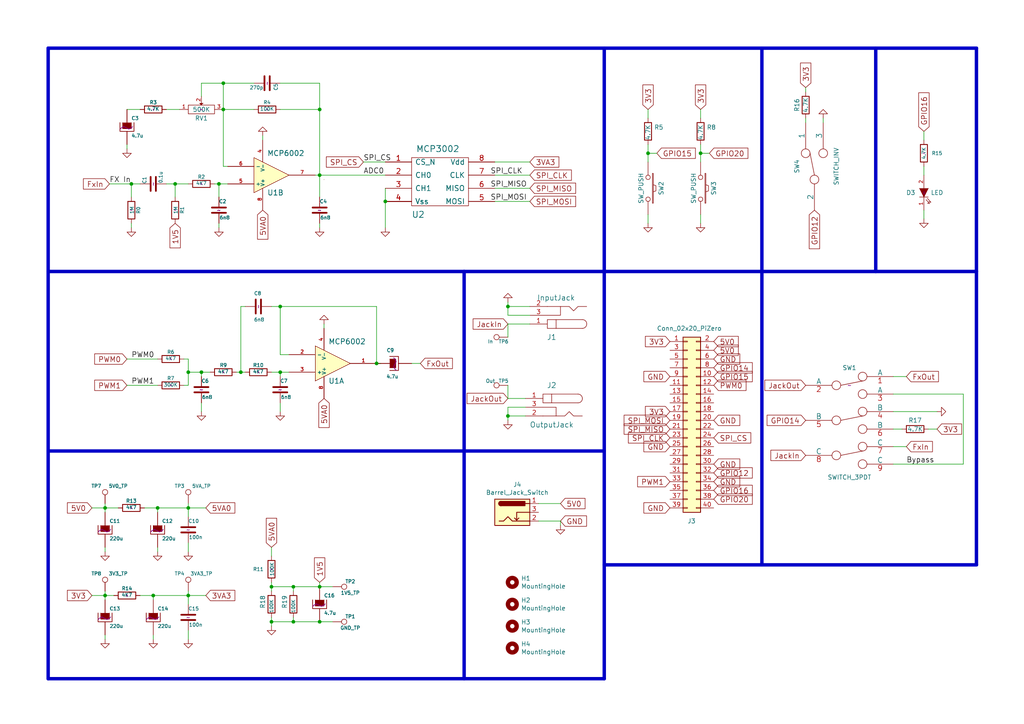
<source format=kicad_sch>
(kicad_sch (version 20230121) (generator eeschema)
  (paper "A4")
  (title_block (title "pedalpi.sch") (date "2017-01-01") (rev "rev. A") (company "ElectroSmash.com"))
  (junction (at 30.48 172.72))
  (junction (at 63.5 53.34))
  (junction (at 45.72 147.32))
  (junction (at 50.8 53.34))
  (junction (at 38.1 53.34))
  (junction (at 54.61 172.72))
  (junction (at 111.76 58.42))
  (junction (at 85.09 170.18))
  (junction (at 147.32 120.65))
  (junction (at 81.28 88.9))
  (junction (at 187.96 44.45))
  (junction (at 147.32 88.9))
  (junction (at 54.61 107.95))
  (junction (at 30.48 147.32))
  (junction (at 69.85 107.95))
  (junction (at 85.09 180.34))
  (junction (at 92.71 31.75))
  (junction (at 54.61 147.32))
  (junction (at 92.71 170.18))
  (junction (at 203.2 44.45))
  (junction (at 44.45 172.72))
  (junction (at 64.77 31.75))
  (junction (at 92.71 180.34))
  (junction (at 58.42 107.95))
  (junction (at 78.74 170.18))
  (junction (at 78.74 180.34))
  (junction (at 109.22 105.41))
  (junction (at 92.71 50.8))
  (junction (at 64.77 24.13))
  (junction (at 81.28 107.95))
  (polyline (pts (xy 13.97 130.81) (xy 175.26 130.81)) (stroke (width 0.9906)))
  (wire (pts (xy 92.71 180.34) (xy 96.52 180.34)))
  (wire (pts (xy 78.74 107.95) (xy 81.28 107.95)))
  (polyline (pts (xy 283.21 163.83) (xy 283.21 13.97)) (stroke (width 0.9906)))
  (polyline (pts (xy 175.26 13.97) (xy 175.26 196.85)) (stroke (width 0.9906)))
  (wire (pts (xy 26.67 147.32) (xy 30.48 147.32)))
  (wire (pts (xy 58.42 109.22) (xy 58.42 107.95)))
  (wire (pts (xy 85.09 180.34) (xy 92.71 180.34)))
  (wire (pts (xy 78.74 170.18) (xy 78.74 168.91)))
  (polyline (pts (xy 220.98 13.97) (xy 220.98 163.83)) (stroke (width 0.9906)))
  (wire (pts (xy 92.71 170.18) (xy 96.52 170.18)))
  (wire (pts (xy 92.71 64.77) (xy 92.71 66.04)))
  (wire (pts (xy 58.42 24.13) (xy 64.77 24.13)))
  (wire (pts (xy 147.32 97.79) (xy 147.32 93.98)))
  (wire (pts (xy 54.61 146.05) (xy 54.61 147.32)))
  (wire (pts (xy 78.74 158.75) (xy 78.74 161.29)))
  (wire (pts (xy 62.23 53.34) (xy 63.5 53.34)))
  (wire (pts (xy 261.62 124.46) (xy 259.08 124.46)))
  (wire (pts (xy 81.28 31.75) (xy 92.71 31.75)))
  (polyline (pts (xy 13.97 196.85) (xy 175.26 196.85)) (stroke (width 0.9906)))
  (wire (pts (xy 44.45 172.72) (xy 54.61 172.72)))
  (wire (pts (xy 153.67 88.9) (xy 147.32 88.9)))
  (polyline (pts (xy 134.62 78.74) (xy 134.62 196.85)) (stroke (width 0.9906)))
  (wire (pts (xy 54.61 147.32) (xy 59.69 147.32)))
  (wire (pts (xy 64.77 31.75) (xy 73.66 31.75)))
  (wire (pts (xy 63.5 53.34) (xy 66.04 53.34)))
  (wire (pts (xy 147.32 120.65) (xy 152.4 120.65)))
  (polyline (pts (xy 13.97 13.97) (xy 13.97 196.85)) (stroke (width 0.9906)))
  (wire (pts (xy 92.71 168.91) (xy 92.71 170.18)))
  (wire (pts (xy 63.5 57.15) (xy 63.5 53.34)))
  (wire (pts (xy 81.28 109.22) (xy 81.28 107.95)))
  (wire (pts (xy 34.29 147.32) (xy 30.48 147.32)))
  (wire (pts (xy 64.77 31.75) (xy 64.77 48.26)))
  (wire (pts (xy 50.8 53.34) (xy 54.61 53.34)))
  (wire (pts (xy 44.45 172.72) (xy 44.45 173.99)))
  (wire (pts (xy 147.32 121.92) (xy 147.32 120.65)))
  (wire (pts (xy 45.72 158.75) (xy 45.72 160.02)))
  (wire (pts (xy 38.1 53.34) (xy 40.64 53.34)))
  (wire (pts (xy 109.22 88.9) (xy 81.28 88.9)))
  (wire (pts (xy 71.12 107.95) (xy 69.85 107.95)))
  (wire (pts (xy 267.97 48.26) (xy 267.97 50.8)))
  (wire (pts (xy 81.28 102.87) (xy 83.82 102.87)))
  (wire (pts (xy 190.5 44.45) (xy 187.96 44.45)))
  (wire (pts (xy 259.08 114.3) (xy 279.4 114.3)))
  (wire (pts (xy 78.74 180.34) (xy 85.09 180.34)))
  (wire (pts (xy 45.72 147.32) (xy 54.61 147.32)))
  (wire (pts (xy 50.8 53.34) (xy 50.8 57.15)))
  (wire (pts (xy 81.28 119.38) (xy 81.28 116.84)))
  (wire (pts (xy 78.74 179.07) (xy 78.74 180.34)))
  (wire (pts (xy 44.45 184.15) (xy 44.45 185.42)))
  (wire (pts (xy 147.32 118.11) (xy 152.4 118.11)))
  (wire (pts (xy 143.51 54.61) (xy 153.67 54.61)))
  (polyline (pts (xy 175.26 163.83) (xy 283.21 163.83)) (stroke (width 0.9906)))
  (wire (pts (xy 153.67 91.44) (xy 147.32 91.44)))
  (wire (pts (xy 203.2 31.75) (xy 203.2 34.29)))
  (wire (pts (xy 78.74 170.18) (xy 85.09 170.18)))
  (wire (pts (xy 238.76 34.29) (xy 238.76 35.56)))
  (wire (pts (xy 54.61 104.14) (xy 53.34 104.14)))
  (wire (pts (xy 187.96 31.75) (xy 187.96 34.29)))
  (wire (pts (xy 267.97 38.1) (xy 267.97 40.64)))
  (wire (pts (xy 81.28 88.9) (xy 81.28 102.87)))
  (wire (pts (xy 36.83 31.75) (xy 40.64 31.75)))
  (wire (pts (xy 121.92 105.41) (xy 119.38 105.41)))
  (wire (pts (xy 58.42 107.95) (xy 60.96 107.95)))
  (wire (pts (xy 143.51 50.8) (xy 153.67 50.8)))
  (wire (pts (xy 54.61 104.14) (xy 54.61 107.95)))
  (wire (pts (xy 30.48 184.15) (xy 30.48 185.42)))
  (wire (pts (xy 36.83 111.76) (xy 45.72 111.76)))
  (wire (pts (xy 259.08 129.54) (xy 262.89 129.54)))
  (wire (pts (xy 78.74 171.45) (xy 78.74 170.18)))
  (wire (pts (xy 63.5 64.77) (xy 63.5 66.04)))
  (wire (pts (xy 78.74 180.34) (xy 78.74 181.61)))
  (wire (pts (xy 30.48 158.75) (xy 30.48 160.02)))
  (wire (pts (xy 85.09 171.45) (xy 85.09 170.18)))
  (wire (pts (xy 78.74 88.9) (xy 81.28 88.9)))
  (wire (pts (xy 152.4 115.57) (xy 147.32 115.57)))
  (wire (pts (xy 54.61 160.02) (xy 54.61 157.48)))
  (wire (pts (xy 81.28 24.13) (xy 92.71 24.13)))
  (wire (pts (xy 205.74 44.45) (xy 203.2 44.45)))
  (wire (pts (xy 111.76 54.61) (xy 111.76 58.42)))
  (wire (pts (xy 30.48 171.45) (xy 30.48 172.72)))
  (wire (pts (xy 45.72 147.32) (xy 45.72 148.59)))
  (wire (pts (xy 30.48 147.32) (xy 30.48 148.59)))
  (wire (pts (xy 147.32 111.76) (xy 147.32 115.57)))
  (wire (pts (xy 187.96 41.91) (xy 187.96 44.45)))
  (wire (pts (xy 267.97 60.96) (xy 267.97 63.5)))
  (wire (pts (xy 64.77 24.13) (xy 73.66 24.13)))
  (wire (pts (xy 81.28 107.95) (xy 83.82 107.95)))
  (wire (pts (xy 111.76 46.99) (xy 105.41 46.99)))
  (wire (pts (xy 64.77 48.26) (xy 66.04 48.26)))
  (wire (pts (xy 54.61 147.32) (xy 54.61 149.86)))
  (wire (pts (xy 259.08 134.62) (xy 279.4 134.62)))
  (wire (pts (xy 69.85 88.9) (xy 71.12 88.9)))
  (polyline (pts (xy 254 78.74) (xy 254 13.97)) (stroke (width 0.9906)))
  (wire (pts (xy 233.68 25.4) (xy 233.68 26.67)))
  (wire (pts (xy 54.61 172.72) (xy 59.69 172.72)))
  (wire (pts (xy 36.83 41.91) (xy 36.83 43.18)))
  (wire (pts (xy 54.61 107.95) (xy 58.42 107.95)))
  (wire (pts (xy 76.2 40.64) (xy 76.2 39.37)))
  (wire (pts (xy 48.26 31.75) (xy 52.07 31.75)))
  (wire (pts (xy 26.67 172.72) (xy 30.48 172.72)))
  (wire (pts (xy 40.64 172.72) (xy 44.45 172.72)))
  (polyline (pts (xy 13.97 13.97) (xy 283.21 13.97)) (stroke (width 0.9906)))
  (wire (pts (xy 162.56 151.13) (xy 162.56 152.4)))
  (wire (pts (xy 203.2 62.23) (xy 203.2 64.77)))
  (wire (pts (xy 259.08 119.38) (xy 271.78 119.38)))
  (wire (pts (xy 33.02 172.72) (xy 30.48 172.72)))
  (wire (pts (xy 58.42 24.13) (xy 58.42 27.94)))
  (wire (pts (xy 109.22 88.9) (xy 109.22 105.41)))
  (wire (pts (xy 45.72 104.14) (xy 36.83 104.14)))
  (wire (pts (xy 156.21 146.05) (xy 162.56 146.05)))
  (wire (pts (xy 69.85 107.95) (xy 68.58 107.95)))
  (wire (pts (xy 38.1 57.15) (xy 38.1 53.34)))
  (wire (pts (xy 93.98 95.25) (xy 93.98 93.98)))
  (wire (pts (xy 203.2 44.45) (xy 203.2 46.99)))
  (wire (pts (xy 54.61 111.76) (xy 53.34 111.76)))
  (wire (pts (xy 38.1 64.77) (xy 38.1 66.04)))
  (wire (pts (xy 271.78 124.46) (xy 269.24 124.46)))
  (polyline (pts (xy 13.97 78.74) (xy 283.21 78.74)) (stroke (width 0.9906)))
  (wire (pts (xy 54.61 107.95) (xy 54.61 111.76)))
  (wire (pts (xy 187.96 44.45) (xy 187.96 46.99)))
  (wire (pts (xy 48.26 53.34) (xy 50.8 53.34)))
  (wire (pts (xy 64.77 24.13) (xy 64.77 31.75)))
  (wire (pts (xy 111.76 58.42) (xy 111.76 66.04)))
  (wire (pts (xy 85.09 170.18) (xy 92.71 170.18)))
  (wire (pts (xy 147.32 91.44) (xy 147.32 88.9)))
  (wire (pts (xy 92.71 31.75) (xy 92.71 50.8)))
  (wire (pts (xy 54.61 172.72) (xy 54.61 175.26)))
  (wire (pts (xy 85.09 179.07) (xy 85.09 180.34)))
  (wire (pts (xy 54.61 185.42) (xy 54.61 182.88)))
  (wire (pts (xy 259.08 109.22) (xy 262.89 109.22)))
  (wire (pts (xy 31.75 53.34) (xy 38.1 53.34)))
  (wire (pts (xy 111.76 50.8) (xy 92.71 50.8)))
  (wire (pts (xy 41.91 147.32) (xy 45.72 147.32)))
  (wire (pts (xy 92.71 50.8) (xy 92.71 57.15)))
  (wire (pts (xy 203.2 41.91) (xy 203.2 44.45)))
  (wire (pts (xy 30.48 146.05) (xy 30.48 147.32)))
  (wire (pts (xy 147.32 120.65) (xy 147.32 118.11)))
  (wire (pts (xy 54.61 171.45) (xy 54.61 172.72)))
  (wire (pts (xy 69.85 88.9) (xy 69.85 107.95)))
  (wire (pts (xy 143.51 58.42) (xy 153.67 58.42)))
  (wire (pts (xy 147.32 88.9) (xy 147.32 87.63)))
  (wire (pts (xy 143.51 46.99) (xy 153.67 46.99)))
  (wire (pts (xy 162.56 151.13) (xy 156.21 151.13)))
  (wire (pts (xy 58.42 116.84) (xy 58.42 119.38)))
  (wire (pts (xy 109.22 105.41) (xy 110.49 105.41)))
  (wire (pts (xy 147.32 93.98) (xy 153.67 93.98)))
  (wire (pts (xy 233.68 34.29) (xy 233.68 35.56)))
  (wire (pts (xy 30.48 172.72) (xy 30.48 173.99)))
  (wire (pts (xy 91.44 50.8) (xy 92.71 50.8)))
  (wire (pts (xy 279.4 134.62) (xy 279.4 114.3)))
  (wire (pts (xy 92.71 24.13) (xy 92.71 31.75)))
  (wire (pts (xy 187.96 62.23) (xy 187.96 64.77)))
  (label "SPI_MOSI" (at 142.24 58.42 0) (effects (font (size 1.524 1.524))))
  (label "PWM1" (at 38.1 111.76 0) (effects (font (size 1.524 1.524))))
  (label "ADC0" (at 105.41 50.8 0) (effects (font (size 1.524 1.524))))
  (label "Bypass" (at 262.89 134.62 0) (effects (font (size 1.524 1.524))))
  (label "SPI_CS" (at 105.41 46.99 0) (effects (font (size 1.524 1.524))))
  (label "SPI_MISO" (at 142.24 54.61 0) (effects (font (size 1.524 1.524))))
  (label "SPI_CLK" (at 142.24 50.8 0) (effects (font (size 1.524 1.524))))
  (label "FX In" (at 31.75 53.34 0) (effects (font (size 1.524 1.524))))
  (label "PWM0" (at 38.1 104.14 0) (effects (font (size 1.524 1.524))))
  (global_label "3VA3" (shape input) (at 153.67 46.99 0) (effects (font (size 1.524 1.524))) (property "Intersheetrefs" "${INTERSHEET_REFS}" (effects hide)))
  (global_label "PWM0" (shape input) (at 36.83 104.14 180) (effects (font (size 1.524 1.524))) (property "Intersheetrefs" "${INTERSHEET_REFS}" (effects hide)))
  (global_label "PWM0" (shape input) (at 207.01 111.76 0) (effects (font (size 1.524 1.524))) (property "Intersheetrefs" "${INTERSHEET_REFS}" (effects hide)))
  (global_label "GND" (shape input) (at 194.31 109.22 180) (effects (font (size 1.524 1.524))) (property "Intersheetrefs" "${INTERSHEET_REFS}" (effects hide)))
  (global_label "JackIn" (shape input) (at 147.32 93.98 180) (effects (font (size 1.524 1.524))) (property "Intersheetrefs" "${INTERSHEET_REFS}" (effects hide)))
  (global_label "GPIO16" (shape input) (at 267.97 38.1 90) (effects (font (size 1.524 1.524))) (property "Intersheetrefs" "${INTERSHEET_REFS}" (effects hide)))
  (global_label "3VA3" (shape input) (at 59.69 172.72 0) (effects (font (size 1.524 1.524))) (property "Intersheetrefs" "${INTERSHEET_REFS}" (effects hide)))
  (global_label "GND" (shape input) (at 162.56 151.13 0) (effects (font (size 1.524 1.524))) (property "Intersheetrefs" "${INTERSHEET_REFS}" (effects hide)))
  (global_label "GND" (shape input) (at 207.01 121.92 0) (effects (font (size 1.524 1.524))) (property "Intersheetrefs" "${INTERSHEET_REFS}" (effects hide)))
  (global_label "JackOut" (shape input) (at 147.32 115.57 180) (effects (font (size 1.524 1.524))) (property "Intersheetrefs" "${INTERSHEET_REFS}" (effects hide)))
  (global_label "JackOut" (shape input) (at 233.68 111.76 180) (effects (font (size 1.524 1.524))) (property "Intersheetrefs" "${INTERSHEET_REFS}" (effects hide)))
  (global_label "5VA0" (shape input) (at 76.2 60.96 270) (effects (font (size 1.524 1.524))) (property "Intersheetrefs" "${INTERSHEET_REFS}" (effects hide)))
  (global_label "GPIO12" (shape input) (at 207.01 137.16 0) (effects (font (size 1.524 1.524))) (property "Intersheetrefs" "${INTERSHEET_REFS}" (effects hide)))
  (global_label "5VA0" (shape input) (at 59.69 147.32 0) (effects (font (size 1.524 1.524))) (property "Intersheetrefs" "${INTERSHEET_REFS}" (effects hide)))
  (global_label "SPI_CS" (shape input) (at 207.01 127 0) (effects (font (size 1.524 1.524))) (property "Intersheetrefs" "${INTERSHEET_REFS}" (effects hide)))
  (global_label "GND" (shape input) (at 207.01 134.62 0) (effects (font (size 1.524 1.524))) (property "Intersheetrefs" "${INTERSHEET_REFS}" (effects hide)))
  (global_label "SPI_CLK" (shape input) (at 153.67 50.8 0) (effects (font (size 1.524 1.524))) (property "Intersheetrefs" "${INTERSHEET_REFS}" (effects hide)))
  (global_label "3V3" (shape input) (at 194.31 99.06 180) (effects (font (size 1.524 1.524))) (property "Intersheetrefs" "${INTERSHEET_REFS}" (effects hide)))
  (global_label "SPI_MOSI" (shape input) (at 194.31 121.92 180) (effects (font (size 1.524 1.524))) (property "Intersheetrefs" "${INTERSHEET_REFS}" (effects hide)))
  (global_label "GND" (shape input) (at 194.31 129.54 180) (effects (font (size 1.524 1.524))) (property "Intersheetrefs" "${INTERSHEET_REFS}" (effects hide)))
  (global_label "GND" (shape input) (at 207.01 139.7 0) (effects (font (size 1.524 1.524))) (property "Intersheetrefs" "${INTERSHEET_REFS}" (effects hide)))
  (global_label "GPIO20" (shape input) (at 205.74 44.45 0) (effects (font (size 1.524 1.524))) (property "Intersheetrefs" "${INTERSHEET_REFS}" (effects hide)))
  (global_label "SPI_CLK" (shape input) (at 194.31 127 180) (effects (font (size 1.524 1.524))) (property "Intersheetrefs" "${INTERSHEET_REFS}" (effects hide)))
  (global_label "GPIO14" (shape input) (at 233.68 121.92 180) (effects (font (size 1.524 1.524))) (property "Intersheetrefs" "${INTERSHEET_REFS}" (effects hide)))
  (global_label "FxIn" (shape input) (at 31.75 53.34 180) (effects (font (size 1.524 1.524))) (property "Intersheetrefs" "${INTERSHEET_REFS}" (effects hide)))
  (global_label "3V3" (shape input) (at 194.31 119.38 180) (effects (font (size 1.524 1.524))) (property "Intersheetrefs" "${INTERSHEET_REFS}" (effects hide)))
  (global_label "3V3" (shape input) (at 233.68 25.4 90) (effects (font (size 1.524 1.524))) (property "Intersheetrefs" "${INTERSHEET_REFS}" (effects hide)))
  (global_label "FxIn" (shape input) (at 262.89 129.54 0) (effects (font (size 1.524 1.524))) (property "Intersheetrefs" "${INTERSHEET_REFS}" (effects hide)))
  (global_label "GND" (shape input) (at 194.31 147.32 180) (effects (font (size 1.524 1.524))) (property "Intersheetrefs" "${INTERSHEET_REFS}" (effects hide)))
  (global_label "5V0" (shape input) (at 162.56 146.05 0) (effects (font (size 1.524 1.524))) (property "Intersheetrefs" "${INTERSHEET_REFS}" (effects hide)))
  (global_label "3V3" (shape input) (at 187.96 31.75 90) (effects (font (size 1.524 1.524))) (property "Intersheetrefs" "${INTERSHEET_REFS}" (effects hide)))
  (global_label "PWM1" (shape input) (at 194.31 139.7 180) (effects (font (size 1.524 1.524))) (property "Intersheetrefs" "${INTERSHEET_REFS}" (effects hide)))
  (global_label "SPI_MOSI" (shape input) (at 153.67 58.42 0) (effects (font (size 1.524 1.524))) (property "Intersheetrefs" "${INTERSHEET_REFS}" (effects hide)))
  (global_label "GPIO12" (shape input) (at 236.22 60.96 270) (effects (font (size 1.524 1.524))) (property "Intersheetrefs" "${INTERSHEET_REFS}" (effects hide)))
  (global_label "FxOut" (shape input) (at 121.92 105.41 0) (effects (font (size 1.524 1.524))) (property "Intersheetrefs" "${INTERSHEET_REFS}" (effects hide)))
  (global_label "GPIO15" (shape input) (at 190.5 44.45 0) (effects (font (size 1.524 1.524))) (property "Intersheetrefs" "${INTERSHEET_REFS}" (effects hide)))
  (global_label "5V0" (shape input) (at 207.01 101.6 0) (effects (font (size 1.524 1.524))) (property "Intersheetrefs" "${INTERSHEET_REFS}" (effects hide)))
  (global_label "SPI_MISO" (shape input) (at 194.31 124.46 180) (effects (font (size 1.524 1.524))) (property "Intersheetrefs" "${INTERSHEET_REFS}" (effects hide)))
  (global_label "GPIO16" (shape input) (at 207.01 142.24 0) (effects (font (size 1.524 1.524))) (property "Intersheetrefs" "${INTERSHEET_REFS}" (effects hide)))
  (global_label "5V0" (shape input) (at 207.01 99.06 0) (effects (font (size 1.524 1.524))) (property "Intersheetrefs" "${INTERSHEET_REFS}" (effects hide)))
  (global_label "FxOut" (shape input) (at 262.89 109.22 0) (effects (font (size 1.524 1.524))) (property "Intersheetrefs" "${INTERSHEET_REFS}" (effects hide)))
  (global_label "1V5" (shape input) (at 50.8 64.77 270) (effects (font (size 1.524 1.524))) (property "Intersheetrefs" "${INTERSHEET_REFS}" (effects hide)))
  (global_label "5VA0" (shape input) (at 78.74 158.75 90) (effects (font (size 1.524 1.524))) (property "Intersheetrefs" "${INTERSHEET_REFS}" (effects hide)))
  (global_label "GND" (shape input) (at 207.01 104.14 0) (effects (font (size 1.524 1.524))) (property "Intersheetrefs" "${INTERSHEET_REFS}" (effects hide)))
  (global_label "SPI_MISO" (shape input) (at 153.67 54.61 0) (effects (font (size 1.524 1.524))) (property "Intersheetrefs" "${INTERSHEET_REFS}" (effects hide)))
  (global_label "JackIn" (shape input) (at 233.68 132.08 180) (effects (font (size 1.524 1.524))) (property "Intersheetrefs" "${INTERSHEET_REFS}" (effects hide)))
  (global_label "5VA0" (shape input) (at 93.98 115.57 270) (effects (font (size 1.524 1.524))) (property "Intersheetrefs" "${INTERSHEET_REFS}" (effects hide)))
  (global_label "GPIO15" (shape input) (at 207.01 109.22 0) (effects (font (size 1.524 1.524))) (property "Intersheetrefs" "${INTERSHEET_REFS}" (effects hide)))
  (global_label "GPIO20" (shape input) (at 207.01 144.78 0) (effects (font (size 1.524 1.524))) (property "Intersheetrefs" "${INTERSHEET_REFS}" (effects hide)))
  (global_label "5V0" (shape input) (at 26.67 147.32 180) (effects (font (size 1.524 1.524))) (property "Intersheetrefs" "${INTERSHEET_REFS}" (effects hide)))
  (global_label "1V5" (shape input) (at 92.71 168.91 90) (effects (font (size 1.524 1.524))) (property "Intersheetrefs" "${INTERSHEET_REFS}" (effects hide)))
  (global_label "3V3" (shape input) (at 26.67 172.72 180) (effects (font (size 1.524 1.524))) (property "Intersheetrefs" "${INTERSHEET_REFS}" (effects hide)))
  (global_label "GPIO14" (shape input) (at 207.01 106.68 0) (effects (font (size 1.524 1.524))) (property "Intersheetrefs" "${INTERSHEET_REFS}" (effects hide)))
  (global_label "3V3" (shape input) (at 203.2 31.75 90) (effects (font (size 1.524 1.524))) (property "Intersheetrefs" "${INTERSHEET_REFS}" (effects hide)))
  (global_label "SPI_CS" (shape input) (at 105.41 46.99 180) (effects (font (size 1.524 1.524))) (property "Intersheetrefs" "${INTERSHEET_REFS}" (effects hide)))
  (global_label "3V3" (shape input) (at 271.78 124.46 0) (effects (font (size 1.524 1.524))) (property "Intersheetrefs" "${INTERSHEET_REFS}" (effects hide)))
  (global_label "PWM1" (shape input) (at 36.83 111.76 180) (effects (font (size 1.524 1.524))) (property "Intersheetrefs" "${INTERSHEET_REFS}" (effects hide)))
  (symbol (lib_id "noise-toy-rescue:GND-power") (at 38.1 66.04 0) (unit 1)
    (property "Reference" "#PWR01" (effects hide))
    (property "Value" "GND" (effects hide))
    (property "Reference" "#PWR01" (effects hide))
    (property "Value" "GND" (effects hide))
  )
  (symbol (lib_id "pedal-pi-rescue:TL072") (at 96.52 105.41 0) (mirror x) (unit 1)
    (property "Reference" "U1" (at 95.25 110.49 0) (effects (font (size 1.524 1.524)) (justify left)))
    (property "Value" "MCP6002" (at 95.25 99.06 0) (effects (font (size 1.524 1.524)) (justify left)))
    (property "Footprint" "Package_DIP:DIP-8_W7.62mm_Socket_LongPads" (effects hide))
  )
  (symbol (lib_id "pedal-pi-rescue:TL072") (at 78.74 50.8 0) (mirror x) (unit 2)
    (property "Reference" "U1" (at 77.47 55.88 0) (effects (font (size 1.524 1.524)) (justify left)))
    (property "Value" "MCP6002" (at 77.47 44.45 0) (effects (font (size 1.524 1.524)) (justify left)))
    (property "Footprint" "Package_DIP:DIP-8_W7.62mm_Socket_LongPads" (effects hide))
  )
  (symbol (lib_id "pedal-pi-rescue:BARREL_JACK") (at 160.02 118.11 0) (mirror y) (unit 1)
    (property "Reference" "J2" (at 160.02 111.76 0) (effects (font (size 1.524 1.524))))
    (property "Value" "OutputJack" (at 160.02 123.19 0) (effects (font (size 1.524 1.524))))
    (property "Footprint" "ledlady:Audio_TRS_635_Stereo" (effects hide))
  )
  (symbol (lib_id "pedal-pi-rescue:BARREL_JACK") (at 161.29 91.44 180) (unit 1)
    (property "Reference" "J1" (at 160.02 97.79 0) (effects (font (size 1.524 1.524))))
    (property "Value" "InputJack" (at 161.29 86.36 0) (effects (font (size 1.524 1.524))))
    (property "Footprint" "ledlady:Audio_TRS_635_Stereo" (effects hide))
  )
  (symbol (lib_id "pedal-pi-rescue:C") (at 44.45 53.34 90) (unit 1)
    (property "Reference" "C1" (at 41.91 53.34 0) (effects (font (size 1.016 1.016)) (justify left)))
    (property "Value" "0.1u" (at 46.609 53.1876 0) (effects (font (size 1.016 1.016)) (justify left)))
    (property "Footprint" "Capacitor_THT:C_Rect_L4.0mm_W2.5mm_P2.50mm" (effects hide))
    (property "Datasheet" "~" (at 44.45 53.34 0) (effects (font (size 1.524 1.524))))
  )
  (symbol (lib_id "pedal-pi-rescue:R") (at 50.8 60.96 0) (unit 1)
    (property "Reference" "R1" (at 52.832 60.96 90) (effects (font (size 1.016 1.016))))
    (property "Value" "1M" (at 50.9778 60.9346 90) (effects (font (size 1.016 1.016))))
    (property "Footprint" "Resistor_THT:R_Axial_DIN0207_L6.3mm_D2.5mm_P10.16mm_Horizontal" (effects hide))
    (property "Datasheet" "~" (at 50.8 60.96 0) (effects (font (size 0.762 0.762))))
  )
  (symbol (lib_id "pedal-pi-rescue:R") (at 58.42 53.34 90) (unit 1)
    (property "Reference" "R2" (at 58.42 51.308 90) (effects (font (size 1.016 1.016))))
    (property "Value" "4K7" (at 58.3946 53.1622 90) (effects (font (size 1.016 1.016))))
    (property "Footprint" "Resistor_THT:R_Axial_DIN0207_L6.3mm_D2.5mm_P10.16mm_Horizontal" (effects hide))
    (property "Datasheet" "~" (at 58.42 53.34 0) (effects (font (size 0.762 0.762))))
  )
  (symbol (lib_id "pedal-pi-rescue:R") (at 49.53 111.76 90) (unit 1)
    (property "Reference" "R7" (at 49.53 109.728 90) (effects (font (size 1.016 1.016))))
    (property "Value" "300K" (at 49.5046 111.5822 90) (effects (font (size 1.016 1.016))))
    (property "Footprint" "Resistor_THT:R_Axial_DIN0207_L6.3mm_D2.5mm_P10.16mm_Horizontal" (effects hide))
    (property "Datasheet" "~" (at 49.53 111.76 0) (effects (font (size 0.762 0.762))))
  )
  (symbol (lib_id "pedal-pi-rescue:C") (at 92.71 60.96 0) (unit 1)
    (property "Reference" "C4" (at 92.71 58.42 0) (effects (font (size 1.016 1.016)) (justify left)))
    (property "Value" "6n8" (at 92.8624 63.119 0) (effects (font (size 1.016 1.016)) (justify left)))
    (property "Footprint" "Capacitor_THT:C_Rect_L4.0mm_W2.5mm_P2.50mm" (effects hide))
    (property "Datasheet" "~" (at 92.71 60.96 0) (effects (font (size 1.524 1.524))))
  )
  (symbol (lib_id "noise-toy-rescue:GND-power") (at 147.32 121.92 0) (unit 1)
    (property "Reference" "#PWR02" (effects hide))
    (property "Value" "GND" (effects hide))
  )
  (symbol (lib_id "pedal-pi-rescue:R") (at 78.74 165.1 0) (unit 1)
    (property "Reference" "R11" (at 74.93 165.1 0) (effects (font (size 1.016 1.016))))
    (property "Value" "100K" (at 78.9178 165.0746 90) (effects (font (size 1.016 1.016))))
    (property "Footprint" "Resistor_THT:R_Axial_DIN0207_L6.3mm_D2.5mm_P10.16mm_Horizontal" (effects hide))
    (property "Datasheet" "~" (at 78.74 165.1 0) (effects (font (size 0.762 0.762))))
  )
  (symbol (lib_id "noise-toy-rescue:GND-power") (at 78.74 181.61 0) (unit 1)
    (property "Reference" "#PWR03" (effects hide))
    (property "Value" "GND" (effects hide))
  )
  (symbol (lib_id "pedal-pi-rescue:LED") (at 267.97 55.88 90) (unit 1)
    (property "Reference" "D3" (at 264.16 55.88 90))
    (property "Value" "LED" (at 271.78 55.88 90))
    (property "Footprint" "LED_THT:LED_D5.0mm" (effects hide))
    (property "Datasheet" "~" (at 267.97 55.88 0) (effects (font (size 1.524 1.524))))
  )
  (symbol (lib_id "pedal-pi-rescue:R") (at 44.45 31.75 90) (unit 1)
    (property "Reference" "R3" (at 44.45 29.718 90) (effects (font (size 1.016 1.016))))
    (property "Value" "4.7K" (at 44.4246 31.5722 90) (effects (font (size 1.016 1.016))))
    (property "Footprint" "Resistor_THT:R_Axial_DIN0207_L6.3mm_D2.5mm_P10.16mm_Horizontal" (effects hide))
    (property "Datasheet" "~" (at 44.45 31.75 0) (effects (font (size 0.762 0.762))))
  )
  (symbol (lib_id "pedal-pi-rescue:POT") (at 58.42 31.75 0) (unit 1)
    (property "Reference" "RV1" (at 58.42 34.29 0))
    (property "Value" "500K" (at 58.42 31.75 0))
    (property "Footprint" "ledlady:Amphenol_N6S25T0C" (effects hide))
    (property "Datasheet" "~" (at 58.42 31.75 0) (effects (font (size 1.524 1.524))))
  )
  (symbol (lib_id "pedal-pi-rescue:R") (at 77.47 31.75 90) (unit 1)
    (property "Reference" "R4" (at 77.47 29.718 90) (effects (font (size 1.016 1.016))))
    (property "Value" "100K" (at 77.4446 31.5722 90) (effects (font (size 1.016 1.016))))
    (property "Footprint" "Resistor_THT:R_Axial_DIN0207_L6.3mm_D2.5mm_P10.16mm_Horizontal" (effects hide))
    (property "Datasheet" "~" (at 77.47 31.75 0) (effects (font (size 0.762 0.762))))
  )
  (symbol (lib_id "noise-toy-rescue:GND-power") (at 36.83 43.18 0) (unit 1)
    (property "Reference" "#PWR04" (effects hide))
    (property "Value" "GND" (effects hide))
  )
  (symbol (lib_id "pedal-pi-rescue:CAPAPOL") (at 36.83 36.83 0) (unit 1)
    (property "Reference" "C3" (at 38.1 34.29 0) (effects (font (size 1.016 1.016)) (justify left)))
    (property "Value" "4.7u" (at 38.1 39.37 0) (effects (font (size 1.016 1.016)) (justify left)))
    (property "Footprint" "Capacitor_THT:CP_Radial_D5.0mm_P2.00mm" (effects hide))
    (property "Datasheet" "~" (at 36.83 36.83 0) (effects (font (size 7.62 7.62))))
  )
  (symbol (lib_id "pedal-pi-rescue:CAPAPOL") (at 114.3 105.41 90) (unit 1)
    (property "Reference" "C9" (at 114.3 101.6 90) (effects (font (size 1.016 1.016)) (justify left)))
    (property "Value" "4.7u" (at 115.57 109.22 90) (effects (font (size 1.016 1.016)) (justify left)))
    (property "Footprint" "Capacitor_THT:CP_Radial_D5.0mm_P2.00mm" (effects hide))
    (property "Datasheet" "~" (at 114.3 105.41 0) (effects (font (size 7.62 7.62))))
  )
  (symbol (lib_id "pedal-pi-rescue:SWITCH_3PDT") (at 246.38 121.92 0) (unit 1)
    (property "Reference" "SW1" (at 246.38 106.68 0))
    (property "Value" "SWITCH_3PDT" (at 246.38 138.43 0))
    (property "Footprint" "ledlady:Switch_3PDT" (effects hide))
    (property "Datasheet" "~" (at 246.38 111.76 0) (effects (font (size 1.524 1.524))))
  )
  (symbol (lib_id "noise-toy-rescue:GND-power") (at 271.78 119.38 90) (unit 1)
    (property "Reference" "#PWR06" (effects hide))
    (property "Value" "GND" (effects hide))
  )
  (symbol (lib_id "pedal-pi-rescue:CAPAPOL") (at 92.71 175.26 0) (unit 1)
    (property "Reference" "C16" (at 93.98 172.72 0) (effects (font (size 1.016 1.016)) (justify left)))
    (property "Value" "4.7u" (at 93.98 177.8 0) (effects (font (size 1.016 1.016)) (justify left)))
    (property "Footprint" "Capacitor_THT:CP_Radial_D5.0mm_P2.00mm" (effects hide))
    (property "Datasheet" "~" (at 92.71 175.26 0) (effects (font (size 7.62 7.62))))
  )
  (symbol (lib_id "pedal-pi-rescue:R") (at 267.97 44.45 0) (unit 1)
    (property "Reference" "R15" (at 271.78 44.45 0) (effects (font (size 1.016 1.016))))
    (property "Value" "4.7K" (at 267.97 44.45 90) (effects (font (size 1.016 1.016))))
    (property "Footprint" "Resistor_THT:R_Axial_DIN0207_L6.3mm_D2.5mm_P10.16mm_Horizontal" (effects hide))
    (property "Datasheet" "~" (at 267.97 44.45 0) (effects (font (size 0.762 0.762))))
  )
  (symbol (lib_id "pedal-pi-rescue:C") (at 63.5 60.96 0) (unit 1)
    (property "Reference" "C2" (at 63.5 58.42 0) (effects (font (size 1.016 1.016)) (justify left)))
    (property "Value" "6n8" (at 63.6524 63.119 0) (effects (font (size 1.016 1.016)) (justify left)))
    (property "Footprint" "Capacitor_THT:C_Rect_L4.0mm_W2.5mm_P2.50mm" (effects hide))
    (property "Datasheet" "~" (at 63.5 60.96 0) (effects (font (size 1.524 1.524))))
  )
  (symbol (lib_id "noise-toy-rescue:GND-power") (at 76.2 39.37 180) (unit 1)
    (property "Reference" "#PWR07" (effects hide))
    (property "Value" "GND" (effects hide))
    (property "Reference" "#PWR07" (effects hide))
    (property "Value" "GND" (effects hide))
  )
  (symbol (lib_id "pedal-pi-rescue:MCP3002") (at 128.27 52.07 0) (unit 1)
    (property "Reference" "U2" (at 119.38 62.23 0) (effects (font (size 1.778 1.778)) (justify left)))
    (property "Value" "MCP3002" (at 120.65 43.18 0) (effects (font (size 1.778 1.778)) (justify left)))
    (property "Footprint" "Package_DIP:DIP-8_W7.62mm_Socket_LongPads" (effects hide))
  )
  (symbol (lib_id "pedal-pi-rescue:TEST_POINT") (at 101.6 170.18 0) (unit 1)
    (property "Reference" "TP2" (at 101.6 168.656 0) (effects (font (size 1.016 1.016))))
    (property "Value" "1V5_TP" (at 101.6 171.958 0) (effects (font (size 1.016 1.016))))
    (property "Footprint" "TestPoint:TestPoint_Pad_D2.5mm" (effects hide))
  )
  (symbol (lib_id "pedal-pi-rescue:TEST_POINT") (at 54.61 140.97 90) (unit 1)
    (property "Reference" "TP3" (at 52.07 140.97 90) (effects (font (size 1.016 1.016))))
    (property "Value" "5VA_TP" (at 58.42 140.97 90) (effects (font (size 1.016 1.016))))
    (property "Footprint" "TestPoint:TestPoint_Pad_D2.5mm" (effects hide))
  )
  (symbol (lib_id "pedal-pi-rescue:TEST_POINT") (at 101.6 180.34 0) (unit 1)
    (property "Reference" "TP1" (at 101.6 178.816 0) (effects (font (size 1.016 1.016))))
    (property "Value" "GND_TP" (at 101.6 182.118 0) (effects (font (size 1.016 1.016))))
    (property "Footprint" "TestPoint:TestPoint_Pad_D2.5mm" (effects hide))
  )
  (symbol (lib_id "pedal-pi-rescue:SW_PUSH") (at 187.96 54.61 270) (unit 1)
    (property "Reference" "SW2" (at 191.77 54.61 0))
    (property "Value" "SW_PUSH" (at 185.928 54.61 0))
    (property "Footprint" "ledlady:Button_SPST" (effects hide))
  )
  (symbol (lib_id "pedal-pi-rescue:SW_PUSH") (at 203.2 54.61 270) (unit 1)
    (property "Reference" "SW3" (at 207.01 54.61 0))
    (property "Value" "SW_PUSH" (at 201.168 54.61 0))
    (property "Footprint" "ledlady:Button_SPST" (effects hide))
  )
  (symbol (lib_id "noise-toy-rescue:GND-power") (at 92.71 66.04 0) (unit 1)
    (property "Reference" "#PWR010" (effects hide))
    (property "Value" "GND" (effects hide))
    (property "Reference" "#PWR010" (effects hide))
    (property "Value" "GND" (effects hide))
  )
  (symbol (lib_id "pedal-pi-rescue:R") (at 49.53 104.14 90) (unit 1)
    (property "Reference" "R6" (at 49.53 102.108 90) (effects (font (size 1.016 1.016))))
    (property "Value" "4K7" (at 49.5046 103.9622 90) (effects (font (size 1.016 1.016))))
    (property "Footprint" "Resistor_THT:R_Axial_DIN0207_L6.3mm_D2.5mm_P10.16mm_Horizontal" (effects hide))
    (property "Datasheet" "~" (at 49.53 104.14 0) (effects (font (size 0.762 0.762))))
  )
  (symbol (lib_id "pedal-pi-rescue:C") (at 58.42 113.03 0) (unit 1)
    (property "Reference" "C6" (at 58.42 110.49 0) (effects (font (size 1.016 1.016)) (justify left)))
    (property "Value" "6n8" (at 58.5724 115.189 0) (effects (font (size 1.016 1.016)) (justify left)))
    (property "Footprint" "Capacitor_THT:C_Rect_L4.0mm_W2.5mm_P2.50mm" (effects hide))
    (property "Datasheet" "~" (at 58.42 113.03 0) (effects (font (size 1.524 1.524))))
  )
  (symbol (lib_id "noise-toy-rescue:GND-power") (at 58.42 119.38 0) (unit 1)
    (property "Reference" "#PWR011" (effects hide))
    (property "Value" "GND" (effects hide))
    (property "Reference" "#PWR011" (effects hide))
    (property "Value" "GND" (effects hide))
  )
  (symbol (lib_id "pedal-pi-rescue:R") (at 64.77 107.95 90) (unit 1)
    (property "Reference" "R9" (at 64.77 105.918 90) (effects (font (size 1.016 1.016))))
    (property "Value" "4K7" (at 64.7446 107.7722 90) (effects (font (size 1.016 1.016))))
    (property "Footprint" "Resistor_THT:R_Axial_DIN0207_L6.3mm_D2.5mm_P10.16mm_Horizontal" (effects hide))
    (property "Datasheet" "~" (at 64.77 107.95 0) (effects (font (size 0.762 0.762))))
  )
  (symbol (lib_id "pedal-pi-rescue:R") (at 74.93 107.95 90) (unit 1)
    (property "Reference" "R10" (at 74.93 105.918 90) (effects (font (size 1.016 1.016))))
    (property "Value" "4K7" (at 74.9046 107.7722 90) (effects (font (size 1.016 1.016))))
    (property "Footprint" "Resistor_THT:R_Axial_DIN0207_L6.3mm_D2.5mm_P10.16mm_Horizontal" (effects hide))
    (property "Datasheet" "~" (at 74.93 107.95 0) (effects (font (size 0.762 0.762))))
  )
  (symbol (lib_id "pedal-pi-rescue:C") (at 81.28 113.03 0) (unit 1)
    (property "Reference" "C7" (at 81.28 110.49 0) (effects (font (size 1.016 1.016)) (justify left)))
    (property "Value" "6n8" (at 81.4324 115.189 0) (effects (font (size 1.016 1.016)) (justify left)))
    (property "Footprint" "Capacitor_THT:C_Rect_L4.0mm_W2.5mm_P2.50mm" (effects hide))
    (property "Datasheet" "~" (at 81.28 113.03 0) (effects (font (size 1.524 1.524))))
  )
  (symbol (lib_id "pedal-pi-rescue:C") (at 74.93 88.9 270) (unit 1)
    (property "Reference" "C8" (at 73.66 85.09 90) (effects (font (size 1.016 1.016)) (justify left)))
    (property "Value" "6n8" (at 73.66 92.71 90) (effects (font (size 1.016 1.016)) (justify left)))
    (property "Footprint" "Capacitor_THT:C_Rect_L4.0mm_W2.5mm_P2.50mm" (effects hide))
    (property "Datasheet" "~" (at 74.93 88.9 0) (effects (font (size 1.524 1.524))))
  )
  (symbol (lib_id "noise-toy-rescue:GND-power") (at 63.5 66.04 0) (unit 1)
    (property "Reference" "#PWR012" (effects hide))
    (property "Value" "GND" (effects hide))
  )
  (symbol (lib_id "noise-toy-rescue:GND-power") (at 81.28 119.38 0) (unit 1)
    (property "Reference" "#PWR013" (effects hide))
    (property "Value" "GND" (effects hide))
    (property "Reference" "#PWR013" (effects hide))
    (property "Value" "GND" (effects hide))
  )
  (symbol (lib_id "noise-toy-rescue:GND-power") (at 93.98 93.98 180) (unit 1)
    (property "Reference" "#PWR014" (effects hide))
    (property "Value" "GND" (effects hide))
    (property "Reference" "#PWR014" (effects hide))
    (property "Value" "GND" (effects hide))
  )
  (symbol (lib_id "pedal-pi-rescue:CAPAPOL") (at 30.48 179.07 0) (unit 1)
    (property "Reference" "C13" (at 31.75 176.53 0) (effects (font (size 1.016 1.016)) (justify left)))
    (property "Value" "220u" (at 31.75 181.61 0) (effects (font (size 1.016 1.016)) (justify left)))
    (property "Footprint" "Capacitor_THT:CP_Radial_D6.3mm_P2.50mm" (effects hide))
    (property "Datasheet" "~" (at 30.48 179.07 0) (effects (font (size 7.62 7.62))))
  )
  (symbol (lib_id "pedal-pi-rescue:CAPAPOL") (at 30.48 153.67 0) (unit 1)
    (property "Reference" "C11" (at 31.75 151.13 0) (effects (font (size 1.016 1.016)) (justify left)))
    (property "Value" "220u" (at 31.75 156.21 0) (effects (font (size 1.016 1.016)) (justify left)))
    (property "Footprint" "Capacitor_THT:CP_Radial_D6.3mm_P2.50mm" (effects hide))
    (property "Datasheet" "~" (at 30.48 153.67 0) (effects (font (size 7.62 7.62))))
  )
  (symbol (lib_id "pedal-pi-rescue:R") (at 38.1 147.32 90) (unit 1)
    (property "Reference" "R13" (at 38.1 145.288 90) (effects (font (size 1.016 1.016))))
    (property "Value" "4K7" (at 38.0746 147.1422 90) (effects (font (size 1.016 1.016))))
    (property "Footprint" "Resistor_THT:R_Axial_DIN0207_L6.3mm_D2.5mm_P10.16mm_Horizontal" (effects hide))
    (property "Datasheet" "~" (at 38.1 147.32 0) (effects (font (size 0.762 0.762))))
  )
  (symbol (lib_id "pedal-pi-rescue:R") (at 36.83 172.72 90) (unit 1)
    (property "Reference" "R14" (at 36.83 170.688 90) (effects (font (size 1.016 1.016))))
    (property "Value" "4K7" (at 36.8046 172.5422 90) (effects (font (size 1.016 1.016))))
    (property "Footprint" "Resistor_THT:R_Axial_DIN0207_L6.3mm_D2.5mm_P10.16mm_Horizontal" (effects hide))
    (property "Datasheet" "~" (at 36.83 172.72 0) (effects (font (size 0.762 0.762))))
  )
  (symbol (lib_id "pedal-pi-rescue:CAPAPOL") (at 45.72 153.67 0) (unit 1)
    (property "Reference" "C12" (at 46.99 151.13 0) (effects (font (size 1.016 1.016)) (justify left)))
    (property "Value" "220u" (at 46.99 156.21 0) (effects (font (size 1.016 1.016)) (justify left)))
    (property "Footprint" "Capacitor_THT:CP_Radial_D6.3mm_P2.50mm" (effects hide))
    (property "Datasheet" "~" (at 45.72 153.67 0) (effects (font (size 7.62 7.62))))
  )
  (symbol (lib_id "pedal-pi-rescue:CAPAPOL") (at 44.45 179.07 0) (unit 1)
    (property "Reference" "C14" (at 45.72 176.53 0) (effects (font (size 1.016 1.016)) (justify left)))
    (property "Value" "220u" (at 45.72 181.61 0) (effects (font (size 1.016 1.016)) (justify left)))
    (property "Footprint" "Capacitor_THT:CP_Radial_D6.3mm_P2.50mm" (effects hide))
    (property "Datasheet" "~" (at 44.45 179.07 0) (effects (font (size 7.62 7.62))))
  )
  (symbol (lib_id "noise-toy-rescue:GND-power") (at 30.48 160.02 0) (unit 1)
    (property "Reference" "#PWR019" (effects hide))
    (property "Value" "GND" (effects hide))
    (property "Reference" "#PWR019" (effects hide))
    (property "Value" "GND" (effects hide))
  )
  (symbol (lib_id "noise-toy-rescue:GND-power") (at 45.72 160.02 0) (unit 1)
    (property "Reference" "#PWR020" (effects hide))
    (property "Value" "GND" (effects hide))
    (property "Reference" "#PWR020" (effects hide))
    (property "Value" "GND" (effects hide))
  )
  (symbol (lib_id "noise-toy-rescue:GND-power") (at 30.48 185.42 0) (unit 1)
    (property "Reference" "#PWR021" (effects hide))
    (property "Value" "GND" (effects hide))
    (property "Reference" "#PWR021" (effects hide))
    (property "Value" "GND" (effects hide))
  )
  (symbol (lib_id "noise-toy-rescue:GND-power") (at 44.45 185.42 0) (unit 1)
    (property "Reference" "#PWR022" (effects hide))
    (property "Value" "GND" (effects hide))
    (property "Reference" "#PWR022" (effects hide))
    (property "Value" "GND" (effects hide))
  )
  (symbol (lib_id "pedal-pi-rescue:SWITCH_INV") (at 236.22 48.26 90) (unit 1)
    (property "Reference" "SW4" (at 231.14 48.26 0))
    (property "Value" "SWITCH_INV" (at 242.57 48.26 0))
    (property "Footprint" "ledlady:Switch_SPDT" (effects hide))
  )
  (symbol (lib_id "noise-toy-rescue:GND-power") (at 238.76 34.29 180) (unit 1)
    (property "Reference" "#PWR026" (effects hide))
    (property "Value" "GND" (effects hide))
  )
  (symbol (lib_id "pedal-pi-rescue:C") (at 54.61 153.67 0) (unit 1)
    (property "Reference" "C10" (at 54.61 151.13 0) (effects (font (size 1.016 1.016)) (justify left)))
    (property "Value" "100n" (at 54.7624 155.829 0) (effects (font (size 1.016 1.016)) (justify left)))
    (property "Footprint" "Capacitor_THT:C_Rect_L7.0mm_W2.5mm_P5.00mm" (effects hide))
    (property "Datasheet" "~" (at 54.61 153.67 0) (effects (font (size 1.524 1.524))))
  )
  (symbol (lib_id "pedal-pi-rescue:C") (at 54.61 179.07 0) (unit 1)
    (property "Reference" "C15" (at 54.61 176.53 0) (effects (font (size 1.016 1.016)) (justify left)))
    (property "Value" "100n" (at 54.7624 181.229 0) (effects (font (size 1.016 1.016)) (justify left)))
    (property "Footprint" "Capacitor_THT:C_Rect_L7.0mm_W2.5mm_P5.00mm" (effects hide))
    (property "Datasheet" "~" (at 54.61 179.07 0) (effects (font (size 1.524 1.524))))
  )
  (symbol (lib_id "noise-toy-rescue:GND-power") (at 54.61 185.42 0) (unit 1)
    (property "Reference" "#PWR029" (effects hide))
    (property "Value" "GND" (effects hide))
    (property "Reference" "#PWR029" (effects hide))
    (property "Value" "GND" (effects hide))
  )
  (symbol (lib_id "noise-toy-rescue:GND-power") (at 54.61 160.02 0) (unit 1)
    (property "Reference" "#PWR030" (effects hide))
    (property "Value" "GND" (effects hide))
    (property "Reference" "#PWR030" (effects hide))
    (property "Value" "GND" (effects hide))
  )
  (symbol (lib_id "noise-toy-rescue:GND-power") (at 111.76 66.04 0) (unit 1)
    (property "Reference" "#PWR031" (effects hide))
    (property "Value" "GND" (effects hide))
    (property "Reference" "#PWR031" (effects hide))
    (property "Value" "GND" (effects hide))
  )
  (symbol (lib_id "noise-toy-rescue:GND-power") (at 187.96 64.77 0) (unit 1)
    (property "Reference" "#PWR032" (effects hide))
    (property "Value" "GND" (effects hide))
  )
  (symbol (lib_id "noise-toy-rescue:GND-power") (at 203.2 64.77 0) (unit 1)
    (property "Reference" "#PWR033" (effects hide))
    (property "Value" "GND" (effects hide))
  )
  (symbol (lib_id "noise-toy-rescue:GND-power") (at 267.97 63.5 0) (unit 1)
    (property "Reference" "#PWR034" (effects hide))
    (property "Value" "GND" (effects hide))
  )
  (symbol (lib_id "pedal-pi-rescue:C") (at 77.47 24.13 270) (unit 1)
    (property "Reference" "C5" (at 80.01 24.13 0) (effects (font (size 1.016 1.016)) (justify left)))
    (property "Value" "270p" (at 72.39 25.4 90) (effects (font (size 1.016 1.016)) (justify left)))
    (property "Footprint" "Capacitor_THT:C_Rect_L4.0mm_W2.5mm_P2.50mm" (effects hide))
    (property "Datasheet" "~" (at 77.47 24.13 0) (effects (font (size 1.524 1.524))))
  )
  (symbol (lib_id "pedal-pi-rescue:R") (at 38.1 60.96 0) (unit 1)
    (property "Reference" "R0" (at 40.132 60.96 90) (effects (font (size 1.016 1.016))))
    (property "Value" "1M" (at 38.2778 60.9346 90) (effects (font (size 1.016 1.016))))
    (property "Footprint" "Resistor_THT:R_Axial_DIN0207_L6.3mm_D2.5mm_P10.16mm_Horizontal" (effects hide))
    (property "Datasheet" "~" (at 38.1 60.96 0) (effects (font (size 0.762 0.762))))
  )
  (symbol (lib_id "pedal-pi-rescue:TEST_POINT") (at 54.61 166.37 90) (unit 1)
    (property "Reference" "TP4" (at 52.07 166.37 90) (effects (font (size 1.016 1.016))))
    (property "Value" "3VA3_TP" (at 58.42 166.37 90) (effects (font (size 1.016 1.016))))
    (property "Footprint" "TestPoint:TestPoint_Pad_D2.5mm" (effects hide))
  )
  (symbol (lib_id "noise-toy-rescue:GND-power") (at 147.32 87.63 180) (unit 1)
    (property "Reference" "#PWR036" (effects hide))
    (property "Value" "GND" (effects hide))
    (property "Reference" "#PWR036" (effects hide))
    (property "Value" "GND" (effects hide))
  )
  (symbol (lib_id "noise-toy-rescue:R-Device") (at 85.09 175.26 0) (unit 1)
    (property "Reference" "R19" (at 82.55 176.53 90) (effects (justify left)))
    (property "Value" "100K" (at 85.09 177.8 90) (effects (font (size 0.9906 0.9906)) (justify left)))
    (property "Footprint" "Resistor_THT:R_Axial_DIN0207_L6.3mm_D2.5mm_P10.16mm_Horizontal" (effects hide))
  )
  (symbol (lib_id "noise-toy-rescue:R-Device") (at 78.74 175.26 0) (unit 1)
    (property "Reference" "R18" (at 76.2 176.53 90) (effects (justify left)))
    (property "Value" "100K" (at 78.74 177.8 90) (effects (font (size 0.9906 0.9906)) (justify left)))
    (property "Footprint" "Resistor_THT:R_Axial_DIN0207_L6.3mm_D2.5mm_P10.16mm_Horizontal" (effects hide))
  )
  (symbol (lib_id "pedal-pi-rescue:TEST_POINT") (at 142.24 97.79 180) (unit 1)
    (property "Reference" "TP6" (at 146.05 99.06 0) (effects (font (size 1.016 1.016))))
    (property "Value" "In" (at 142.24 99.06 0) (effects (font (size 1.016 1.016))))
    (property "Footprint" "TestPoint:TestPoint_Pad_D2.5mm" (effects hide))
  )
  (symbol (lib_id "pedal-pi-rescue:TEST_POINT") (at 142.24 111.76 180) (unit 1)
    (property "Reference" "TP5" (at 146.05 110.49 0) (effects (font (size 1.016 1.016))))
    (property "Value" "Out" (at 142.24 110.49 0) (effects (font (size 1.016 1.016))))
    (property "Footprint" "TestPoint:TestPoint_Pad_D2.5mm" (effects hide))
  )
  (symbol (lib_id "noise-toy-rescue:MountingHole-Mechanical") (at 148.59 168.91 0) (unit 1)
    (property "Reference" "H1" (at 151.13 167.7416 0) (effects (justify left)))
    (property "Value" "MountingHole" (at 151.13 170.053 0) (effects (justify left)))
    (property "Footprint" "MountingHole:MountingHole_3.2mm_M3" (effects hide))
  )
  (symbol (lib_id "noise-toy-rescue:MountingHole-Mechanical") (at 148.59 175.26 0) (unit 1)
    (property "Reference" "H2" (at 151.13 174.0916 0) (effects (justify left)))
    (property "Value" "MountingHole" (at 151.13 176.403 0) (effects (justify left)))
    (property "Footprint" "MountingHole:MountingHole_3.2mm_M3" (effects hide))
  )
  (symbol (lib_id "noise-toy-rescue:MountingHole-Mechanical") (at 148.59 181.61 0) (unit 1)
    (property "Reference" "H3" (at 151.13 180.4416 0) (effects (justify left)))
    (property "Value" "MountingHole" (at 151.13 182.753 0) (effects (justify left)))
    (property "Footprint" "MountingHole:MountingHole_3.2mm_M3" (effects hide))
  )
  (symbol (lib_id "noise-toy-rescue:MountingHole-Mechanical") (at 148.59 187.96 0) (unit 1)
    (property "Reference" "H4" (at 151.13 186.7916 0) (effects (justify left)))
    (property "Value" "MountingHole" (at 151.13 189.103 0) (effects (justify left)))
    (property "Footprint" "MountingHole:MountingHole_3.2mm_M3" (effects hide))
  )
  (symbol (lib_id "pedal-pi-rescue:TEST_POINT") (at 30.48 140.97 90) (unit 1)
    (property "Reference" "TP7" (at 27.94 140.97 90) (effects (font (size 1.016 1.016))))
    (property "Value" "5V0_TP" (at 34.29 140.97 90) (effects (font (size 1.016 1.016))))
    (property "Footprint" "TestPoint:TestPoint_Pad_D2.5mm" (effects hide))
  )
  (symbol (lib_id "pedal-pi-rescue:TEST_POINT") (at 30.48 166.37 90) (unit 1)
    (property "Reference" "TP8" (at 27.94 166.37 90) (effects (font (size 1.016 1.016))))
    (property "Value" "3V3_TP" (at 34.29 166.37 90) (effects (font (size 1.016 1.016))))
    (property "Footprint" "TestPoint:TestPoint_Pad_D2.5mm" (effects hide))
  )
  (symbol (lib_id "noise-toy-rescue:GND-power") (at 162.56 152.4 0) (unit 1)
    (property "Reference" "#PWR0101" (effects hide))
    (property "Value" "GND" (effects hide))
  )
  (symbol (lib_id "noise-toy-rescue:Barrel_Jack_Switch-Connector") (at 148.59 148.59 0) (unit 1)
    (property "Reference" "J4" (at 150.0378 140.5382 0))
    (property "Value" "Barrel_Jack_Switch" (at 150.0378 142.8496 0))
    (property "Footprint" "Connector_BarrelJack:BarrelJack_Horizontal" (effects hide))
  )
  (symbol (lib_id "noise-toy-rescue:R-Device") (at 265.43 124.46 270) (unit 1)
    (property "Reference" "R17" (at 265.43 121.92 90))
    (property "Value" "4.7K" (at 265.43 124.46 90))
    (property "Footprint" "Resistor_THT:R_Axial_DIN0207_L6.3mm_D2.5mm_P10.16mm_Horizontal" (effects hide))
  )
  (symbol (lib_id "noise-toy-rescue:R-Device") (at 233.68 30.48 0) (unit 1)
    (property "Reference" "R16" (at 231.14 30.48 90))
    (property "Value" "4.7K" (at 233.68 30.48 90))
    (property "Footprint" "Resistor_THT:R_Axial_DIN0207_L6.3mm_D2.5mm_P10.16mm_Horizontal" (effects hide))
  )
  (symbol (lib_id "noise-toy-rescue:R-Device") (at 187.96 38.1 0) (unit 1)
    (property "Reference" "R5" (at 189.738 36.9316 0) (effects (justify left)))
    (property "Value" "4.7K" (at 187.96 40.64 90) (effects (justify left)))
    (property "Footprint" "Resistor_THT:R_Axial_DIN0207_L6.3mm_D2.5mm_P10.16mm_Horizontal" (effects hide))
  )
  (symbol (lib_id "noise-toy-rescue:R-Device") (at 203.2 38.1 0) (unit 1)
    (property "Reference" "R8" (at 204.978 36.9316 0) (effects (justify left)))
    (property "Value" "4.7K" (at 203.2 40.64 90) (effects (justify left)))
    (property "Footprint" "Resistor_THT:R_Axial_DIN0207_L6.3mm_D2.5mm_P10.16mm_Horizontal" (effects hide))
  )
  (symbol (lib_id "noise-toy-rescue:Conn_02x20_Odd_Even-Connector_Generic") (at 199.39 121.92 0) (unit 1)
    (property "Reference" "J3" (at 199.39 151.13 0) (effects (justify left)))
    (property "Value" "Conn_02x20_PiZero" (at 190.5 95.25 0) (effects (justify left)))
    (property "Footprint" "Connector_PinHeader_2.54mm:PinHeader_2x20_P2.54mm_Vertical" (effects hide))
  )
)
</source>
